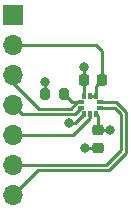
<source format=gbr>
%TF.GenerationSoftware,KiCad,Pcbnew,(6.0.6-0)*%
%TF.CreationDate,2022-08-17T23:59:36-07:00*%
%TF.ProjectId,icp-20100,6963702d-3230-4313-9030-2e6b69636164,rev?*%
%TF.SameCoordinates,Original*%
%TF.FileFunction,Copper,L1,Top*%
%TF.FilePolarity,Positive*%
%FSLAX46Y46*%
G04 Gerber Fmt 4.6, Leading zero omitted, Abs format (unit mm)*
G04 Created by KiCad (PCBNEW (6.0.6-0)) date 2022-08-17 23:59:36*
%MOMM*%
%LPD*%
G01*
G04 APERTURE LIST*
G04 Aperture macros list*
%AMRoundRect*
0 Rectangle with rounded corners*
0 $1 Rounding radius*
0 $2 $3 $4 $5 $6 $7 $8 $9 X,Y pos of 4 corners*
0 Add a 4 corners polygon primitive as box body*
4,1,4,$2,$3,$4,$5,$6,$7,$8,$9,$2,$3,0*
0 Add four circle primitives for the rounded corners*
1,1,$1+$1,$2,$3*
1,1,$1+$1,$4,$5*
1,1,$1+$1,$6,$7*
1,1,$1+$1,$8,$9*
0 Add four rect primitives between the rounded corners*
20,1,$1+$1,$2,$3,$4,$5,0*
20,1,$1+$1,$4,$5,$6,$7,0*
20,1,$1+$1,$6,$7,$8,$9,0*
20,1,$1+$1,$8,$9,$2,$3,0*%
G04 Aperture macros list end*
%TA.AperFunction,SMDPad,CuDef*%
%ADD10RoundRect,0.014000X-0.181000X-0.161000X0.181000X-0.161000X0.181000X0.161000X-0.181000X0.161000X0*%
%TD*%
%TA.AperFunction,SMDPad,CuDef*%
%ADD11RoundRect,0.017500X-0.157500X-0.177500X0.157500X-0.177500X0.157500X0.177500X-0.157500X0.177500X0*%
%TD*%
%TA.AperFunction,SMDPad,CuDef*%
%ADD12RoundRect,0.225000X0.250000X-0.225000X0.250000X0.225000X-0.250000X0.225000X-0.250000X-0.225000X0*%
%TD*%
%TA.AperFunction,SMDPad,CuDef*%
%ADD13RoundRect,0.225000X-0.225000X-0.250000X0.225000X-0.250000X0.225000X0.250000X-0.225000X0.250000X0*%
%TD*%
%TA.AperFunction,ComponentPad*%
%ADD14R,1.700000X1.700000*%
%TD*%
%TA.AperFunction,ComponentPad*%
%ADD15O,1.700000X1.700000*%
%TD*%
%TA.AperFunction,SMDPad,CuDef*%
%ADD16RoundRect,0.200000X0.200000X0.275000X-0.200000X0.275000X-0.200000X-0.275000X0.200000X-0.275000X0*%
%TD*%
%TA.AperFunction,ViaPad*%
%ADD17C,0.800000*%
%TD*%
%TA.AperFunction,Conductor*%
%ADD18C,0.250000*%
%TD*%
G04 APERTURE END LIST*
D10*
%TO.P,U1,1,CSB*%
%TO.N,/~{CS}*%
X109456808Y-110000000D03*
%TO.P,U1,2,SCL/SCLK*%
%TO.N,/SCL*%
X109456808Y-110500000D03*
D11*
%TO.P,U1,3,VSS*%
%TO.N,GND*%
X109736808Y-111030000D03*
%TO.P,U1,4,SDA/SDI*%
%TO.N,/SDA*%
X110236808Y-111030000D03*
%TO.P,U1,5,VDD*%
%TO.N,+3V3*%
X110736808Y-111030000D03*
D10*
%TO.P,U1,6,AD0/SDO*%
%TO.N,/SDO*%
X111016808Y-110500000D03*
%TO.P,U1,7,INT*%
%TO.N,/INT*%
X111016808Y-110000000D03*
D11*
%TO.P,U1,8,RESV*%
%TO.N,GND*%
X110736808Y-109470000D03*
%TO.P,U1,9,RESV*%
X110236808Y-109470000D03*
%TO.P,U1,10,VDDIO*%
%TO.N,+3V3*%
X109736808Y-109470000D03*
%TD*%
D12*
%TO.P,C1,1*%
%TO.N,GND*%
X110871808Y-113932000D03*
%TO.P,C1,2*%
%TO.N,+3V3*%
X110871808Y-112382000D03*
%TD*%
D13*
%TO.P,C2,1*%
%TO.N,+3V3*%
X109690408Y-108127800D03*
%TO.P,C2,2*%
%TO.N,GND*%
X111240408Y-108127800D03*
%TD*%
D14*
%TO.P,J1,1,Pin_1*%
%TO.N,+3V3*%
X103698808Y-102625000D03*
D15*
%TO.P,J1,2,Pin_2*%
%TO.N,GND*%
X103698808Y-105165000D03*
%TO.P,J1,3,Pin_3*%
%TO.N,/~{CS}*%
X103698808Y-107705000D03*
%TO.P,J1,4,Pin_4*%
%TO.N,/SCL*%
X103698808Y-110245000D03*
%TO.P,J1,5,Pin_5*%
%TO.N,/SDA*%
X103698808Y-112785000D03*
%TO.P,J1,6,Pin_6*%
%TO.N,/SDO*%
X103698808Y-115325000D03*
%TO.P,J1,7,Pin_7*%
%TO.N,/INT*%
X103698808Y-117865000D03*
%TD*%
D16*
%TO.P,R1,1*%
%TO.N,/~{CS}*%
X108013808Y-109347000D03*
%TO.P,R1,2*%
%TO.N,+3V3*%
X106363808Y-109347000D03*
%TD*%
D17*
%TO.N,GND*%
X109779608Y-113919000D03*
X108433408Y-111810800D03*
%TO.N,+3V3*%
X109728808Y-107061000D03*
X106401408Y-108280200D03*
X111938608Y-112369600D03*
%TD*%
D18*
%TO.N,GND*%
X108433408Y-111810800D02*
X108926008Y-111810800D01*
X110736808Y-109470000D02*
X110736808Y-108631400D01*
X111240408Y-105702400D02*
X111240408Y-108127800D01*
X110858808Y-113919000D02*
X110871808Y-113932000D01*
X110703008Y-105165000D02*
X111240408Y-105702400D01*
X108926008Y-111810800D02*
X109736808Y-111000000D01*
X109779608Y-113919000D02*
X110858808Y-113919000D01*
X110736808Y-108631400D02*
X111240408Y-108127800D01*
X103698808Y-105165000D02*
X110703008Y-105165000D01*
X110236808Y-109470000D02*
X110736808Y-109470000D01*
%TO.N,+3V3*%
X110871808Y-111165000D02*
X110736808Y-111030000D01*
X109690408Y-109423600D02*
X109736808Y-109470000D01*
X106401408Y-109309400D02*
X106363808Y-109347000D01*
X111938608Y-112369600D02*
X110884208Y-112369600D01*
X109728808Y-108089400D02*
X109690408Y-108127800D01*
X110884208Y-112369600D02*
X110871808Y-112382000D01*
X109728808Y-107061000D02*
X109728808Y-108089400D01*
X109690408Y-108127800D02*
X109690408Y-109423600D01*
X110871808Y-112382000D02*
X110871808Y-111165000D01*
X106401408Y-108280200D02*
X106401408Y-109309400D01*
%TO.N,/SCL*%
X104451808Y-110998000D02*
X108949440Y-110998000D01*
X108949440Y-110998000D02*
X109447440Y-110500000D01*
X109447440Y-110500000D02*
X109456808Y-110500000D01*
X103698808Y-110245000D02*
X104451808Y-110998000D01*
%TO.N,/SDA*%
X108801176Y-112785000D02*
X110236808Y-111349368D01*
X103698808Y-112785000D02*
X108801176Y-112785000D01*
X110236808Y-111349368D02*
X110236808Y-111030000D01*
%TO.N,/SDO*%
X103698808Y-115325000D02*
X111599004Y-115325000D01*
X112303804Y-110500000D02*
X111016808Y-110500000D01*
X112827204Y-111023400D02*
X112303804Y-110500000D01*
X112827204Y-114096800D02*
X112827204Y-111023400D01*
X111599004Y-115325000D02*
X112827204Y-114096800D01*
%TO.N,/~{CS}*%
X105849808Y-110548000D02*
X108587390Y-110548000D01*
X108013808Y-109347000D02*
X108666808Y-110000000D01*
X108587390Y-110548000D02*
X109135390Y-110000000D01*
X103698808Y-108397000D02*
X105849808Y-110548000D01*
X108666808Y-110000000D02*
X109456808Y-110000000D01*
X109135390Y-110000000D02*
X109347808Y-110000000D01*
X103698808Y-107705000D02*
X103698808Y-108397000D01*
%TO.N,/INT*%
X103698808Y-117865000D02*
X105788808Y-115775000D01*
X105788808Y-115775000D02*
X111785400Y-115775000D01*
X113277204Y-114283196D02*
X113277204Y-110837004D01*
X112440200Y-110000000D02*
X111016808Y-110000000D01*
X113277204Y-110837004D02*
X112440200Y-110000000D01*
X111785400Y-115775000D02*
X113277204Y-114283196D01*
%TD*%
M02*

</source>
